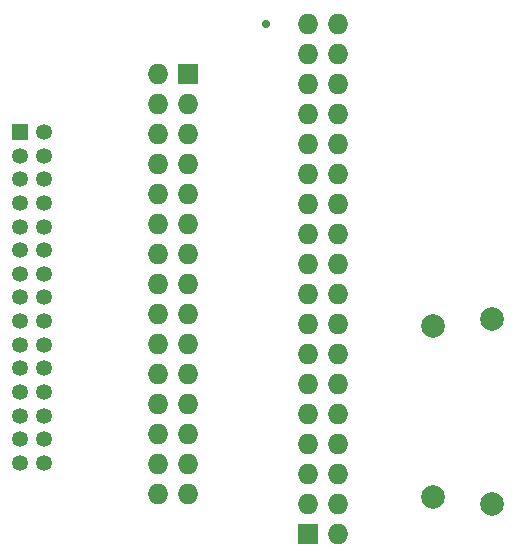
<source format=gbl>
G04 #@! TF.FileFunction,Copper,L2,Bot*
%FSLAX46Y46*%
G04 Gerber Fmt 4.6, Leading zero omitted, Abs format (unit mm)*
G04 Created by KiCad (PCBNEW 4.0.2-stable) date 24/10/2016 06:45:45 p.m.*
%MOMM*%
G01*
G04 APERTURE LIST*
%ADD10C,0.100000*%
%ADD11R,1.727200X1.727200*%
%ADD12O,1.727200X1.727200*%
%ADD13C,2.000000*%
%ADD14R,1.350000X1.350000*%
%ADD15C,1.350000*%
%ADD16C,0.700000*%
%ADD17C,0.300000*%
G04 APERTURE END LIST*
D10*
D11*
X87493000Y-110890000D03*
D12*
X90033000Y-110890000D03*
X87493000Y-108350000D03*
X90033000Y-108350000D03*
X87493000Y-105810000D03*
X90033000Y-105810000D03*
X87493000Y-103270000D03*
X90033000Y-103270000D03*
X87493000Y-100730000D03*
X90033000Y-100730000D03*
X87493000Y-98190000D03*
X90033000Y-98190000D03*
X87493000Y-95650000D03*
X90033000Y-95650000D03*
X87493000Y-93110000D03*
X90033000Y-93110000D03*
X87493000Y-90570000D03*
X90033000Y-90570000D03*
X87493000Y-88030000D03*
X90033000Y-88030000D03*
X87493000Y-85490000D03*
X90033000Y-85490000D03*
X87493000Y-82950000D03*
X90033000Y-82950000D03*
X87493000Y-80410000D03*
X90033000Y-80410000D03*
X87493000Y-77870000D03*
X90033000Y-77870000D03*
X87493000Y-75330000D03*
X90033000Y-75330000D03*
X87493000Y-72790000D03*
X90033000Y-72790000D03*
X87493000Y-70250000D03*
X90033000Y-70250000D03*
X87493000Y-67710000D03*
X90033000Y-67710000D03*
D13*
X103060200Y-108427600D03*
X103060200Y-92727600D03*
X98110200Y-107827600D03*
X98110200Y-93327600D03*
D14*
X63134400Y-76904800D03*
D15*
X63134400Y-78904800D03*
X63134400Y-80904800D03*
X63134400Y-82904800D03*
X63134400Y-84904800D03*
X63134400Y-86904800D03*
X63134400Y-88904800D03*
X63134400Y-90904800D03*
X63134400Y-92904800D03*
X63134400Y-94904800D03*
X63134400Y-96904800D03*
X63134400Y-98904800D03*
X63134400Y-100904800D03*
X63134400Y-102904800D03*
X63134400Y-104904800D03*
X65134400Y-76904800D03*
X65134400Y-78904800D03*
X65134400Y-80904800D03*
X65134400Y-82904800D03*
X65134400Y-84904800D03*
X65134400Y-86904800D03*
X65134400Y-88904800D03*
X65134400Y-90904800D03*
X65134400Y-92904800D03*
X65134400Y-94904800D03*
X65134400Y-96904800D03*
X65134400Y-98904800D03*
X65134400Y-100904800D03*
X65134400Y-102904800D03*
X65134400Y-104904800D03*
D11*
X77333000Y-72002600D03*
D12*
X74793000Y-72002600D03*
X77333000Y-74542600D03*
X74793000Y-74542600D03*
X77333000Y-77082600D03*
X74793000Y-77082600D03*
X77333000Y-79622600D03*
X74793000Y-79622600D03*
X77333000Y-82162600D03*
X74793000Y-82162600D03*
X77333000Y-84702600D03*
X74793000Y-84702600D03*
X77333000Y-87242600D03*
X74793000Y-87242600D03*
X77333000Y-89782600D03*
X74793000Y-89782600D03*
X77333000Y-92322600D03*
X74793000Y-92322600D03*
X77333000Y-94862600D03*
X74793000Y-94862600D03*
X77333000Y-97402600D03*
X74793000Y-97402600D03*
X77333000Y-99942600D03*
X74793000Y-99942600D03*
X77333000Y-102482600D03*
X74793000Y-102482600D03*
X77333000Y-105022600D03*
X74793000Y-105022600D03*
X77333000Y-107562600D03*
X74793000Y-107562600D03*
D16*
X83911600Y-67710000D03*
D17*
X83911600Y-67710000D02*
X83810000Y-67710000D01*
M02*

</source>
